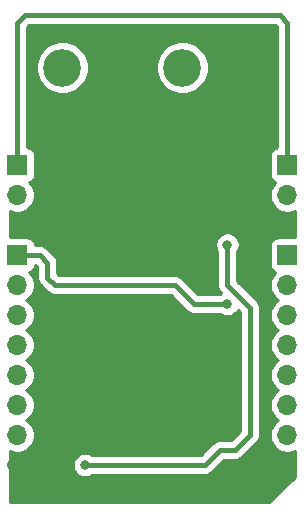
<source format=gbr>
G04 #@! TF.GenerationSoftware,KiCad,Pcbnew,(5.1.5)-3*
G04 #@! TF.CreationDate,2020-05-07T11:50:38+02:00*
G04 #@! TF.ProjectId,TPS16630_eFuse,54505331-3636-4333-905f-65467573652e,rev?*
G04 #@! TF.SameCoordinates,Original*
G04 #@! TF.FileFunction,Copper,L2,Bot*
G04 #@! TF.FilePolarity,Positive*
%FSLAX46Y46*%
G04 Gerber Fmt 4.6, Leading zero omitted, Abs format (unit mm)*
G04 Created by KiCad (PCBNEW (5.1.5)-3) date 2020-05-07 11:50:38*
%MOMM*%
%LPD*%
G04 APERTURE LIST*
%ADD10R,2.500000X2.500000*%
%ADD11R,1.700000X1.700000*%
%ADD12O,1.700000X1.700000*%
%ADD13C,3.200000*%
%ADD14C,0.800000*%
%ADD15C,0.431800*%
%ADD16C,0.254000*%
G04 APERTURE END LIST*
D10*
X63500000Y-135890000D03*
D11*
X52070000Y-130810000D03*
D12*
X52070000Y-133350000D03*
X52070000Y-135890000D03*
X52070000Y-138430000D03*
X52070000Y-140970000D03*
X52070000Y-143510000D03*
X52070000Y-146050000D03*
X52070000Y-148590000D03*
X74930000Y-148590000D03*
X74930000Y-146050000D03*
X74930000Y-143510000D03*
X74930000Y-140970000D03*
X74930000Y-138430000D03*
X74930000Y-135890000D03*
X74930000Y-133350000D03*
D11*
X74930000Y-130810000D03*
D13*
X66040000Y-114935000D03*
X71120000Y-114935000D03*
X60960000Y-114935000D03*
X55880000Y-114935000D03*
D11*
X52070000Y-123190000D03*
D12*
X52070000Y-125730000D03*
X74930000Y-125730000D03*
D11*
X74930000Y-123190000D03*
D14*
X70739000Y-125603000D03*
X70739000Y-124714000D03*
X61849000Y-125603000D03*
X61849000Y-124587000D03*
X65024000Y-129540000D03*
X69850000Y-136779000D03*
X70739000Y-148590000D03*
X56515000Y-141986000D03*
X64389000Y-142240000D03*
X69850000Y-140081000D03*
X69850000Y-134952500D03*
X69850000Y-129921000D03*
X57815000Y-148590000D03*
D15*
X69850000Y-134952500D02*
X67007500Y-134952500D01*
X67007500Y-134952500D02*
X65405000Y-133350000D01*
X65405000Y-133350000D02*
X55245000Y-133350000D01*
X55245000Y-133350000D02*
X54610000Y-132715000D01*
X54610000Y-132715000D02*
X54610000Y-131445000D01*
X53975000Y-130810000D02*
X52070000Y-130810000D01*
X54610000Y-131445000D02*
X53975000Y-130810000D01*
X52705000Y-110490000D02*
X52070000Y-111125000D01*
X52070000Y-111125000D02*
X52070000Y-123190000D01*
X74295000Y-110490000D02*
X52705000Y-110490000D01*
X74930000Y-123190000D02*
X74930000Y-111125000D01*
X74930000Y-111125000D02*
X74295000Y-110490000D01*
X57815000Y-148590000D02*
X67945000Y-148590000D01*
X67945000Y-148590000D02*
X69215000Y-147320000D01*
X69215000Y-147320000D02*
X70485000Y-147320000D01*
X70485000Y-147320000D02*
X71755000Y-146050000D01*
X71755000Y-146050000D02*
X71755000Y-135255000D01*
X69850000Y-133350000D02*
X69850000Y-129921000D01*
X71755000Y-135255000D02*
X69850000Y-133350000D01*
D16*
G36*
X74079101Y-111477455D02*
G01*
X74079100Y-121702017D01*
X73955518Y-121714188D01*
X73835820Y-121750498D01*
X73725506Y-121809463D01*
X73628815Y-121888815D01*
X73549463Y-121985506D01*
X73490498Y-122095820D01*
X73454188Y-122215518D01*
X73441928Y-122340000D01*
X73441928Y-124040000D01*
X73454188Y-124164482D01*
X73490498Y-124284180D01*
X73549463Y-124394494D01*
X73628815Y-124491185D01*
X73725506Y-124570537D01*
X73835820Y-124629502D01*
X73908380Y-124651513D01*
X73776525Y-124783368D01*
X73614010Y-125026589D01*
X73502068Y-125296842D01*
X73445000Y-125583740D01*
X73445000Y-125876260D01*
X73502068Y-126163158D01*
X73614010Y-126433411D01*
X73776525Y-126676632D01*
X73983368Y-126883475D01*
X74226589Y-127045990D01*
X74496842Y-127157932D01*
X74783740Y-127215000D01*
X75076260Y-127215000D01*
X75363158Y-127157932D01*
X75540001Y-127084682D01*
X75540001Y-129321928D01*
X74080000Y-129321928D01*
X73955518Y-129334188D01*
X73835820Y-129370498D01*
X73725506Y-129429463D01*
X73628815Y-129508815D01*
X73549463Y-129605506D01*
X73490498Y-129715820D01*
X73454188Y-129835518D01*
X73441928Y-129960000D01*
X73441928Y-131660000D01*
X73454188Y-131784482D01*
X73490498Y-131904180D01*
X73549463Y-132014494D01*
X73628815Y-132111185D01*
X73725506Y-132190537D01*
X73835820Y-132249502D01*
X73908380Y-132271513D01*
X73776525Y-132403368D01*
X73614010Y-132646589D01*
X73502068Y-132916842D01*
X73445000Y-133203740D01*
X73445000Y-133496260D01*
X73502068Y-133783158D01*
X73614010Y-134053411D01*
X73776525Y-134296632D01*
X73983368Y-134503475D01*
X74157760Y-134620000D01*
X73983368Y-134736525D01*
X73776525Y-134943368D01*
X73614010Y-135186589D01*
X73502068Y-135456842D01*
X73445000Y-135743740D01*
X73445000Y-136036260D01*
X73502068Y-136323158D01*
X73614010Y-136593411D01*
X73776525Y-136836632D01*
X73983368Y-137043475D01*
X74157760Y-137160000D01*
X73983368Y-137276525D01*
X73776525Y-137483368D01*
X73614010Y-137726589D01*
X73502068Y-137996842D01*
X73445000Y-138283740D01*
X73445000Y-138576260D01*
X73502068Y-138863158D01*
X73614010Y-139133411D01*
X73776525Y-139376632D01*
X73983368Y-139583475D01*
X74157760Y-139700000D01*
X73983368Y-139816525D01*
X73776525Y-140023368D01*
X73614010Y-140266589D01*
X73502068Y-140536842D01*
X73445000Y-140823740D01*
X73445000Y-141116260D01*
X73502068Y-141403158D01*
X73614010Y-141673411D01*
X73776525Y-141916632D01*
X73983368Y-142123475D01*
X74157760Y-142240000D01*
X73983368Y-142356525D01*
X73776525Y-142563368D01*
X73614010Y-142806589D01*
X73502068Y-143076842D01*
X73445000Y-143363740D01*
X73445000Y-143656260D01*
X73502068Y-143943158D01*
X73614010Y-144213411D01*
X73776525Y-144456632D01*
X73983368Y-144663475D01*
X74157760Y-144780000D01*
X73983368Y-144896525D01*
X73776525Y-145103368D01*
X73614010Y-145346589D01*
X73502068Y-145616842D01*
X73445000Y-145903740D01*
X73445000Y-146196260D01*
X73502068Y-146483158D01*
X73614010Y-146753411D01*
X73776525Y-146996632D01*
X73983368Y-147203475D01*
X74226589Y-147365990D01*
X74496842Y-147477932D01*
X74783740Y-147535000D01*
X75076260Y-147535000D01*
X75363158Y-147477932D01*
X75540000Y-147404682D01*
X75540000Y-149586619D01*
X73386620Y-151740000D01*
X51460000Y-151740000D01*
X51460000Y-147404682D01*
X51636842Y-147477932D01*
X51923740Y-147535000D01*
X52216260Y-147535000D01*
X52503158Y-147477932D01*
X52773411Y-147365990D01*
X53016632Y-147203475D01*
X53223475Y-146996632D01*
X53385990Y-146753411D01*
X53497932Y-146483158D01*
X53555000Y-146196260D01*
X53555000Y-145903740D01*
X53497932Y-145616842D01*
X53385990Y-145346589D01*
X53223475Y-145103368D01*
X53016632Y-144896525D01*
X52842240Y-144780000D01*
X53016632Y-144663475D01*
X53223475Y-144456632D01*
X53385990Y-144213411D01*
X53497932Y-143943158D01*
X53555000Y-143656260D01*
X53555000Y-143363740D01*
X53497932Y-143076842D01*
X53385990Y-142806589D01*
X53223475Y-142563368D01*
X53016632Y-142356525D01*
X52842240Y-142240000D01*
X53016632Y-142123475D01*
X53223475Y-141916632D01*
X53385990Y-141673411D01*
X53497932Y-141403158D01*
X53555000Y-141116260D01*
X53555000Y-140823740D01*
X53497932Y-140536842D01*
X53385990Y-140266589D01*
X53223475Y-140023368D01*
X53016632Y-139816525D01*
X52842240Y-139700000D01*
X53016632Y-139583475D01*
X53223475Y-139376632D01*
X53385990Y-139133411D01*
X53497932Y-138863158D01*
X53555000Y-138576260D01*
X53555000Y-138283740D01*
X53497932Y-137996842D01*
X53385990Y-137726589D01*
X53223475Y-137483368D01*
X53016632Y-137276525D01*
X52842240Y-137160000D01*
X53016632Y-137043475D01*
X53223475Y-136836632D01*
X53385990Y-136593411D01*
X53497932Y-136323158D01*
X53555000Y-136036260D01*
X53555000Y-135743740D01*
X53497932Y-135456842D01*
X53385990Y-135186589D01*
X53223475Y-134943368D01*
X53016632Y-134736525D01*
X52842240Y-134620000D01*
X53016632Y-134503475D01*
X53223475Y-134296632D01*
X53385990Y-134053411D01*
X53497932Y-133783158D01*
X53555000Y-133496260D01*
X53555000Y-133203740D01*
X53497932Y-132916842D01*
X53385990Y-132646589D01*
X53223475Y-132403368D01*
X53091620Y-132271513D01*
X53164180Y-132249502D01*
X53274494Y-132190537D01*
X53371185Y-132111185D01*
X53450537Y-132014494D01*
X53509502Y-131904180D01*
X53545812Y-131784482D01*
X53557983Y-131660900D01*
X53622546Y-131660900D01*
X53759101Y-131797455D01*
X53759100Y-132673207D01*
X53754984Y-132715000D01*
X53759100Y-132756793D01*
X53759100Y-132756799D01*
X53771412Y-132881805D01*
X53820067Y-133042200D01*
X53899079Y-133190021D01*
X54005412Y-133319588D01*
X54037880Y-133346234D01*
X54613766Y-133922120D01*
X54640412Y-133954588D01*
X54769978Y-134060921D01*
X54917799Y-134139933D01*
X55078194Y-134188588D01*
X55203200Y-134200900D01*
X55203207Y-134200900D01*
X55245000Y-134205016D01*
X55286793Y-134200900D01*
X65052546Y-134200900D01*
X66376270Y-135524625D01*
X66402912Y-135557088D01*
X66435375Y-135583730D01*
X66435379Y-135583734D01*
X66470156Y-135612274D01*
X66532478Y-135663421D01*
X66680299Y-135742433D01*
X66840694Y-135791088D01*
X66965700Y-135803400D01*
X66965706Y-135803400D01*
X67007499Y-135807516D01*
X67049292Y-135803400D01*
X69260511Y-135803400D01*
X69359744Y-135869705D01*
X69548102Y-135947726D01*
X69748061Y-135987500D01*
X69951939Y-135987500D01*
X70151898Y-135947726D01*
X70340256Y-135869705D01*
X70509774Y-135756437D01*
X70653937Y-135612274D01*
X70756069Y-135459423D01*
X70904101Y-135607455D01*
X70904100Y-145697545D01*
X70132546Y-146469100D01*
X69256792Y-146469100D01*
X69214999Y-146464984D01*
X69173206Y-146469100D01*
X69173200Y-146469100D01*
X69048194Y-146481412D01*
X68887799Y-146530067D01*
X68739978Y-146609079D01*
X68685678Y-146653642D01*
X68642879Y-146688766D01*
X68642875Y-146688770D01*
X68610412Y-146715412D01*
X68583770Y-146747875D01*
X67592546Y-147739100D01*
X58404489Y-147739100D01*
X58305256Y-147672795D01*
X58116898Y-147594774D01*
X57916939Y-147555000D01*
X57713061Y-147555000D01*
X57513102Y-147594774D01*
X57324744Y-147672795D01*
X57155226Y-147786063D01*
X57011063Y-147930226D01*
X56897795Y-148099744D01*
X56819774Y-148288102D01*
X56780000Y-148488061D01*
X56780000Y-148691939D01*
X56819774Y-148891898D01*
X56897795Y-149080256D01*
X57011063Y-149249774D01*
X57155226Y-149393937D01*
X57324744Y-149507205D01*
X57513102Y-149585226D01*
X57713061Y-149625000D01*
X57916939Y-149625000D01*
X58116898Y-149585226D01*
X58305256Y-149507205D01*
X58404489Y-149440900D01*
X67903207Y-149440900D01*
X67945000Y-149445016D01*
X67986793Y-149440900D01*
X67986800Y-149440900D01*
X68111806Y-149428588D01*
X68272201Y-149379933D01*
X68420022Y-149300921D01*
X68549588Y-149194588D01*
X68576234Y-149162120D01*
X69567455Y-148170900D01*
X70443207Y-148170900D01*
X70485000Y-148175016D01*
X70526793Y-148170900D01*
X70526800Y-148170900D01*
X70651806Y-148158588D01*
X70812201Y-148109933D01*
X70960022Y-148030921D01*
X71089588Y-147924588D01*
X71116234Y-147892120D01*
X72327126Y-146681229D01*
X72359588Y-146654588D01*
X72386230Y-146622125D01*
X72386234Y-146622121D01*
X72421358Y-146579322D01*
X72465921Y-146525022D01*
X72544933Y-146377201D01*
X72593588Y-146216806D01*
X72605900Y-146091800D01*
X72605900Y-146091794D01*
X72610016Y-146050001D01*
X72605900Y-146008208D01*
X72605900Y-135296793D01*
X72610016Y-135255000D01*
X72605900Y-135213207D01*
X72605900Y-135213200D01*
X72593588Y-135088194D01*
X72544933Y-134927799D01*
X72465921Y-134779978D01*
X72359588Y-134650412D01*
X72327120Y-134623766D01*
X70700900Y-132997546D01*
X70700900Y-130510489D01*
X70767205Y-130411256D01*
X70845226Y-130222898D01*
X70885000Y-130022939D01*
X70885000Y-129819061D01*
X70845226Y-129619102D01*
X70767205Y-129430744D01*
X70653937Y-129261226D01*
X70509774Y-129117063D01*
X70340256Y-129003795D01*
X70151898Y-128925774D01*
X69951939Y-128886000D01*
X69748061Y-128886000D01*
X69548102Y-128925774D01*
X69359744Y-129003795D01*
X69190226Y-129117063D01*
X69046063Y-129261226D01*
X68932795Y-129430744D01*
X68854774Y-129619102D01*
X68815000Y-129819061D01*
X68815000Y-130022939D01*
X68854774Y-130222898D01*
X68932795Y-130411256D01*
X68999101Y-130510490D01*
X68999100Y-133308207D01*
X68994984Y-133350000D01*
X68999100Y-133391793D01*
X68999100Y-133391799D01*
X69011412Y-133516805D01*
X69060067Y-133677200D01*
X69139079Y-133825021D01*
X69245412Y-133954588D01*
X69277880Y-133981234D01*
X69343077Y-134046431D01*
X69260511Y-134101600D01*
X67359955Y-134101600D01*
X66036234Y-132777880D01*
X66009588Y-132745412D01*
X65880022Y-132639079D01*
X65732201Y-132560067D01*
X65571806Y-132511412D01*
X65446800Y-132499100D01*
X65446793Y-132499100D01*
X65405000Y-132494984D01*
X65363207Y-132499100D01*
X55597454Y-132499100D01*
X55460900Y-132362546D01*
X55460900Y-131486793D01*
X55465016Y-131445000D01*
X55460900Y-131403207D01*
X55460900Y-131403200D01*
X55448588Y-131278194D01*
X55399933Y-131117799D01*
X55320921Y-130969978D01*
X55214588Y-130840412D01*
X55182120Y-130813766D01*
X54606234Y-130237880D01*
X54579588Y-130205412D01*
X54450022Y-130099079D01*
X54302201Y-130020067D01*
X54141806Y-129971412D01*
X54016800Y-129959100D01*
X54016793Y-129959100D01*
X53975000Y-129954984D01*
X53933207Y-129959100D01*
X53557983Y-129959100D01*
X53545812Y-129835518D01*
X53509502Y-129715820D01*
X53450537Y-129605506D01*
X53371185Y-129508815D01*
X53274494Y-129429463D01*
X53164180Y-129370498D01*
X53044482Y-129334188D01*
X52920000Y-129321928D01*
X51460000Y-129321928D01*
X51460000Y-127084682D01*
X51636842Y-127157932D01*
X51923740Y-127215000D01*
X52216260Y-127215000D01*
X52503158Y-127157932D01*
X52773411Y-127045990D01*
X53016632Y-126883475D01*
X53223475Y-126676632D01*
X53385990Y-126433411D01*
X53497932Y-126163158D01*
X53555000Y-125876260D01*
X53555000Y-125583740D01*
X53497932Y-125296842D01*
X53385990Y-125026589D01*
X53223475Y-124783368D01*
X53091620Y-124651513D01*
X53164180Y-124629502D01*
X53274494Y-124570537D01*
X53371185Y-124491185D01*
X53450537Y-124394494D01*
X53509502Y-124284180D01*
X53545812Y-124164482D01*
X53558072Y-124040000D01*
X53558072Y-122340000D01*
X53545812Y-122215518D01*
X53509502Y-122095820D01*
X53450537Y-121985506D01*
X53371185Y-121888815D01*
X53274494Y-121809463D01*
X53164180Y-121750498D01*
X53044482Y-121714188D01*
X52920900Y-121702017D01*
X52920900Y-114714872D01*
X53645000Y-114714872D01*
X53645000Y-115155128D01*
X53730890Y-115586925D01*
X53899369Y-115993669D01*
X54143962Y-116359729D01*
X54455271Y-116671038D01*
X54821331Y-116915631D01*
X55228075Y-117084110D01*
X55659872Y-117170000D01*
X56100128Y-117170000D01*
X56531925Y-117084110D01*
X56938669Y-116915631D01*
X57304729Y-116671038D01*
X57616038Y-116359729D01*
X57860631Y-115993669D01*
X58029110Y-115586925D01*
X58115000Y-115155128D01*
X58115000Y-114714872D01*
X63805000Y-114714872D01*
X63805000Y-115155128D01*
X63890890Y-115586925D01*
X64059369Y-115993669D01*
X64303962Y-116359729D01*
X64615271Y-116671038D01*
X64981331Y-116915631D01*
X65388075Y-117084110D01*
X65819872Y-117170000D01*
X66260128Y-117170000D01*
X66691925Y-117084110D01*
X67098669Y-116915631D01*
X67464729Y-116671038D01*
X67776038Y-116359729D01*
X68020631Y-115993669D01*
X68189110Y-115586925D01*
X68275000Y-115155128D01*
X68275000Y-114714872D01*
X68189110Y-114283075D01*
X68020631Y-113876331D01*
X67776038Y-113510271D01*
X67464729Y-113198962D01*
X67098669Y-112954369D01*
X66691925Y-112785890D01*
X66260128Y-112700000D01*
X65819872Y-112700000D01*
X65388075Y-112785890D01*
X64981331Y-112954369D01*
X64615271Y-113198962D01*
X64303962Y-113510271D01*
X64059369Y-113876331D01*
X63890890Y-114283075D01*
X63805000Y-114714872D01*
X58115000Y-114714872D01*
X58029110Y-114283075D01*
X57860631Y-113876331D01*
X57616038Y-113510271D01*
X57304729Y-113198962D01*
X56938669Y-112954369D01*
X56531925Y-112785890D01*
X56100128Y-112700000D01*
X55659872Y-112700000D01*
X55228075Y-112785890D01*
X54821331Y-112954369D01*
X54455271Y-113198962D01*
X54143962Y-113510271D01*
X53899369Y-113876331D01*
X53730890Y-114283075D01*
X53645000Y-114714872D01*
X52920900Y-114714872D01*
X52920900Y-111477454D01*
X53057454Y-111340900D01*
X73942546Y-111340900D01*
X74079101Y-111477455D01*
G37*
X74079101Y-111477455D02*
X74079100Y-121702017D01*
X73955518Y-121714188D01*
X73835820Y-121750498D01*
X73725506Y-121809463D01*
X73628815Y-121888815D01*
X73549463Y-121985506D01*
X73490498Y-122095820D01*
X73454188Y-122215518D01*
X73441928Y-122340000D01*
X73441928Y-124040000D01*
X73454188Y-124164482D01*
X73490498Y-124284180D01*
X73549463Y-124394494D01*
X73628815Y-124491185D01*
X73725506Y-124570537D01*
X73835820Y-124629502D01*
X73908380Y-124651513D01*
X73776525Y-124783368D01*
X73614010Y-125026589D01*
X73502068Y-125296842D01*
X73445000Y-125583740D01*
X73445000Y-125876260D01*
X73502068Y-126163158D01*
X73614010Y-126433411D01*
X73776525Y-126676632D01*
X73983368Y-126883475D01*
X74226589Y-127045990D01*
X74496842Y-127157932D01*
X74783740Y-127215000D01*
X75076260Y-127215000D01*
X75363158Y-127157932D01*
X75540001Y-127084682D01*
X75540001Y-129321928D01*
X74080000Y-129321928D01*
X73955518Y-129334188D01*
X73835820Y-129370498D01*
X73725506Y-129429463D01*
X73628815Y-129508815D01*
X73549463Y-129605506D01*
X73490498Y-129715820D01*
X73454188Y-129835518D01*
X73441928Y-129960000D01*
X73441928Y-131660000D01*
X73454188Y-131784482D01*
X73490498Y-131904180D01*
X73549463Y-132014494D01*
X73628815Y-132111185D01*
X73725506Y-132190537D01*
X73835820Y-132249502D01*
X73908380Y-132271513D01*
X73776525Y-132403368D01*
X73614010Y-132646589D01*
X73502068Y-132916842D01*
X73445000Y-133203740D01*
X73445000Y-133496260D01*
X73502068Y-133783158D01*
X73614010Y-134053411D01*
X73776525Y-134296632D01*
X73983368Y-134503475D01*
X74157760Y-134620000D01*
X73983368Y-134736525D01*
X73776525Y-134943368D01*
X73614010Y-135186589D01*
X73502068Y-135456842D01*
X73445000Y-135743740D01*
X73445000Y-136036260D01*
X73502068Y-136323158D01*
X73614010Y-136593411D01*
X73776525Y-136836632D01*
X73983368Y-137043475D01*
X74157760Y-137160000D01*
X73983368Y-137276525D01*
X73776525Y-137483368D01*
X73614010Y-137726589D01*
X73502068Y-137996842D01*
X73445000Y-138283740D01*
X73445000Y-138576260D01*
X73502068Y-138863158D01*
X73614010Y-139133411D01*
X73776525Y-139376632D01*
X73983368Y-139583475D01*
X74157760Y-139700000D01*
X73983368Y-139816525D01*
X73776525Y-140023368D01*
X73614010Y-140266589D01*
X73502068Y-140536842D01*
X73445000Y-140823740D01*
X73445000Y-141116260D01*
X73502068Y-141403158D01*
X73614010Y-141673411D01*
X73776525Y-141916632D01*
X73983368Y-142123475D01*
X74157760Y-142240000D01*
X73983368Y-142356525D01*
X73776525Y-142563368D01*
X73614010Y-142806589D01*
X73502068Y-143076842D01*
X73445000Y-143363740D01*
X73445000Y-143656260D01*
X73502068Y-143943158D01*
X73614010Y-144213411D01*
X73776525Y-144456632D01*
X73983368Y-144663475D01*
X74157760Y-144780000D01*
X73983368Y-144896525D01*
X73776525Y-145103368D01*
X73614010Y-145346589D01*
X73502068Y-145616842D01*
X73445000Y-145903740D01*
X73445000Y-146196260D01*
X73502068Y-146483158D01*
X73614010Y-146753411D01*
X73776525Y-146996632D01*
X73983368Y-147203475D01*
X74226589Y-147365990D01*
X74496842Y-147477932D01*
X74783740Y-147535000D01*
X75076260Y-147535000D01*
X75363158Y-147477932D01*
X75540000Y-147404682D01*
X75540000Y-149586619D01*
X73386620Y-151740000D01*
X51460000Y-151740000D01*
X51460000Y-147404682D01*
X51636842Y-147477932D01*
X51923740Y-147535000D01*
X52216260Y-147535000D01*
X52503158Y-147477932D01*
X52773411Y-147365990D01*
X53016632Y-147203475D01*
X53223475Y-146996632D01*
X53385990Y-146753411D01*
X53497932Y-146483158D01*
X53555000Y-146196260D01*
X53555000Y-145903740D01*
X53497932Y-145616842D01*
X53385990Y-145346589D01*
X53223475Y-145103368D01*
X53016632Y-144896525D01*
X52842240Y-144780000D01*
X53016632Y-144663475D01*
X53223475Y-144456632D01*
X53385990Y-144213411D01*
X53497932Y-143943158D01*
X53555000Y-143656260D01*
X53555000Y-143363740D01*
X53497932Y-143076842D01*
X53385990Y-142806589D01*
X53223475Y-142563368D01*
X53016632Y-142356525D01*
X52842240Y-142240000D01*
X53016632Y-142123475D01*
X53223475Y-141916632D01*
X53385990Y-141673411D01*
X53497932Y-141403158D01*
X53555000Y-141116260D01*
X53555000Y-140823740D01*
X53497932Y-140536842D01*
X53385990Y-140266589D01*
X53223475Y-140023368D01*
X53016632Y-139816525D01*
X52842240Y-139700000D01*
X53016632Y-139583475D01*
X53223475Y-139376632D01*
X53385990Y-139133411D01*
X53497932Y-138863158D01*
X53555000Y-138576260D01*
X53555000Y-138283740D01*
X53497932Y-137996842D01*
X53385990Y-137726589D01*
X53223475Y-137483368D01*
X53016632Y-137276525D01*
X52842240Y-137160000D01*
X53016632Y-137043475D01*
X53223475Y-136836632D01*
X53385990Y-136593411D01*
X53497932Y-136323158D01*
X53555000Y-136036260D01*
X53555000Y-135743740D01*
X53497932Y-135456842D01*
X53385990Y-135186589D01*
X53223475Y-134943368D01*
X53016632Y-134736525D01*
X52842240Y-134620000D01*
X53016632Y-134503475D01*
X53223475Y-134296632D01*
X53385990Y-134053411D01*
X53497932Y-133783158D01*
X53555000Y-133496260D01*
X53555000Y-133203740D01*
X53497932Y-132916842D01*
X53385990Y-132646589D01*
X53223475Y-132403368D01*
X53091620Y-132271513D01*
X53164180Y-132249502D01*
X53274494Y-132190537D01*
X53371185Y-132111185D01*
X53450537Y-132014494D01*
X53509502Y-131904180D01*
X53545812Y-131784482D01*
X53557983Y-131660900D01*
X53622546Y-131660900D01*
X53759101Y-131797455D01*
X53759100Y-132673207D01*
X53754984Y-132715000D01*
X53759100Y-132756793D01*
X53759100Y-132756799D01*
X53771412Y-132881805D01*
X53820067Y-133042200D01*
X53899079Y-133190021D01*
X54005412Y-133319588D01*
X54037880Y-133346234D01*
X54613766Y-133922120D01*
X54640412Y-133954588D01*
X54769978Y-134060921D01*
X54917799Y-134139933D01*
X55078194Y-134188588D01*
X55203200Y-134200900D01*
X55203207Y-134200900D01*
X55245000Y-134205016D01*
X55286793Y-134200900D01*
X65052546Y-134200900D01*
X66376270Y-135524625D01*
X66402912Y-135557088D01*
X66435375Y-135583730D01*
X66435379Y-135583734D01*
X66470156Y-135612274D01*
X66532478Y-135663421D01*
X66680299Y-135742433D01*
X66840694Y-135791088D01*
X66965700Y-135803400D01*
X66965706Y-135803400D01*
X67007499Y-135807516D01*
X67049292Y-135803400D01*
X69260511Y-135803400D01*
X69359744Y-135869705D01*
X69548102Y-135947726D01*
X69748061Y-135987500D01*
X69951939Y-135987500D01*
X70151898Y-135947726D01*
X70340256Y-135869705D01*
X70509774Y-135756437D01*
X70653937Y-135612274D01*
X70756069Y-135459423D01*
X70904101Y-135607455D01*
X70904100Y-145697545D01*
X70132546Y-146469100D01*
X69256792Y-146469100D01*
X69214999Y-146464984D01*
X69173206Y-146469100D01*
X69173200Y-146469100D01*
X69048194Y-146481412D01*
X68887799Y-146530067D01*
X68739978Y-146609079D01*
X68685678Y-146653642D01*
X68642879Y-146688766D01*
X68642875Y-146688770D01*
X68610412Y-146715412D01*
X68583770Y-146747875D01*
X67592546Y-147739100D01*
X58404489Y-147739100D01*
X58305256Y-147672795D01*
X58116898Y-147594774D01*
X57916939Y-147555000D01*
X57713061Y-147555000D01*
X57513102Y-147594774D01*
X57324744Y-147672795D01*
X57155226Y-147786063D01*
X57011063Y-147930226D01*
X56897795Y-148099744D01*
X56819774Y-148288102D01*
X56780000Y-148488061D01*
X56780000Y-148691939D01*
X56819774Y-148891898D01*
X56897795Y-149080256D01*
X57011063Y-149249774D01*
X57155226Y-149393937D01*
X57324744Y-149507205D01*
X57513102Y-149585226D01*
X57713061Y-149625000D01*
X57916939Y-149625000D01*
X58116898Y-149585226D01*
X58305256Y-149507205D01*
X58404489Y-149440900D01*
X67903207Y-149440900D01*
X67945000Y-149445016D01*
X67986793Y-149440900D01*
X67986800Y-149440900D01*
X68111806Y-149428588D01*
X68272201Y-149379933D01*
X68420022Y-149300921D01*
X68549588Y-149194588D01*
X68576234Y-149162120D01*
X69567455Y-148170900D01*
X70443207Y-148170900D01*
X70485000Y-148175016D01*
X70526793Y-148170900D01*
X70526800Y-148170900D01*
X70651806Y-148158588D01*
X70812201Y-148109933D01*
X70960022Y-148030921D01*
X71089588Y-147924588D01*
X71116234Y-147892120D01*
X72327126Y-146681229D01*
X72359588Y-146654588D01*
X72386230Y-146622125D01*
X72386234Y-146622121D01*
X72421358Y-146579322D01*
X72465921Y-146525022D01*
X72544933Y-146377201D01*
X72593588Y-146216806D01*
X72605900Y-146091800D01*
X72605900Y-146091794D01*
X72610016Y-146050001D01*
X72605900Y-146008208D01*
X72605900Y-135296793D01*
X72610016Y-135255000D01*
X72605900Y-135213207D01*
X72605900Y-135213200D01*
X72593588Y-135088194D01*
X72544933Y-134927799D01*
X72465921Y-134779978D01*
X72359588Y-134650412D01*
X72327120Y-134623766D01*
X70700900Y-132997546D01*
X70700900Y-130510489D01*
X70767205Y-130411256D01*
X70845226Y-130222898D01*
X70885000Y-130022939D01*
X70885000Y-129819061D01*
X70845226Y-129619102D01*
X70767205Y-129430744D01*
X70653937Y-129261226D01*
X70509774Y-129117063D01*
X70340256Y-129003795D01*
X70151898Y-128925774D01*
X69951939Y-128886000D01*
X69748061Y-128886000D01*
X69548102Y-128925774D01*
X69359744Y-129003795D01*
X69190226Y-129117063D01*
X69046063Y-129261226D01*
X68932795Y-129430744D01*
X68854774Y-129619102D01*
X68815000Y-129819061D01*
X68815000Y-130022939D01*
X68854774Y-130222898D01*
X68932795Y-130411256D01*
X68999101Y-130510490D01*
X68999100Y-133308207D01*
X68994984Y-133350000D01*
X68999100Y-133391793D01*
X68999100Y-133391799D01*
X69011412Y-133516805D01*
X69060067Y-133677200D01*
X69139079Y-133825021D01*
X69245412Y-133954588D01*
X69277880Y-133981234D01*
X69343077Y-134046431D01*
X69260511Y-134101600D01*
X67359955Y-134101600D01*
X66036234Y-132777880D01*
X66009588Y-132745412D01*
X65880022Y-132639079D01*
X65732201Y-132560067D01*
X65571806Y-132511412D01*
X65446800Y-132499100D01*
X65446793Y-132499100D01*
X65405000Y-132494984D01*
X65363207Y-132499100D01*
X55597454Y-132499100D01*
X55460900Y-132362546D01*
X55460900Y-131486793D01*
X55465016Y-131445000D01*
X55460900Y-131403207D01*
X55460900Y-131403200D01*
X55448588Y-131278194D01*
X55399933Y-131117799D01*
X55320921Y-130969978D01*
X55214588Y-130840412D01*
X55182120Y-130813766D01*
X54606234Y-130237880D01*
X54579588Y-130205412D01*
X54450022Y-130099079D01*
X54302201Y-130020067D01*
X54141806Y-129971412D01*
X54016800Y-129959100D01*
X54016793Y-129959100D01*
X53975000Y-129954984D01*
X53933207Y-129959100D01*
X53557983Y-129959100D01*
X53545812Y-129835518D01*
X53509502Y-129715820D01*
X53450537Y-129605506D01*
X53371185Y-129508815D01*
X53274494Y-129429463D01*
X53164180Y-129370498D01*
X53044482Y-129334188D01*
X52920000Y-129321928D01*
X51460000Y-129321928D01*
X51460000Y-127084682D01*
X51636842Y-127157932D01*
X51923740Y-127215000D01*
X52216260Y-127215000D01*
X52503158Y-127157932D01*
X52773411Y-127045990D01*
X53016632Y-126883475D01*
X53223475Y-126676632D01*
X53385990Y-126433411D01*
X53497932Y-126163158D01*
X53555000Y-125876260D01*
X53555000Y-125583740D01*
X53497932Y-125296842D01*
X53385990Y-125026589D01*
X53223475Y-124783368D01*
X53091620Y-124651513D01*
X53164180Y-124629502D01*
X53274494Y-124570537D01*
X53371185Y-124491185D01*
X53450537Y-124394494D01*
X53509502Y-124284180D01*
X53545812Y-124164482D01*
X53558072Y-124040000D01*
X53558072Y-122340000D01*
X53545812Y-122215518D01*
X53509502Y-122095820D01*
X53450537Y-121985506D01*
X53371185Y-121888815D01*
X53274494Y-121809463D01*
X53164180Y-121750498D01*
X53044482Y-121714188D01*
X52920900Y-121702017D01*
X52920900Y-114714872D01*
X53645000Y-114714872D01*
X53645000Y-115155128D01*
X53730890Y-115586925D01*
X53899369Y-115993669D01*
X54143962Y-116359729D01*
X54455271Y-116671038D01*
X54821331Y-116915631D01*
X55228075Y-117084110D01*
X55659872Y-117170000D01*
X56100128Y-117170000D01*
X56531925Y-117084110D01*
X56938669Y-116915631D01*
X57304729Y-116671038D01*
X57616038Y-116359729D01*
X57860631Y-115993669D01*
X58029110Y-115586925D01*
X58115000Y-115155128D01*
X58115000Y-114714872D01*
X63805000Y-114714872D01*
X63805000Y-115155128D01*
X63890890Y-115586925D01*
X64059369Y-115993669D01*
X64303962Y-116359729D01*
X64615271Y-116671038D01*
X64981331Y-116915631D01*
X65388075Y-117084110D01*
X65819872Y-117170000D01*
X66260128Y-117170000D01*
X66691925Y-117084110D01*
X67098669Y-116915631D01*
X67464729Y-116671038D01*
X67776038Y-116359729D01*
X68020631Y-115993669D01*
X68189110Y-115586925D01*
X68275000Y-115155128D01*
X68275000Y-114714872D01*
X68189110Y-114283075D01*
X68020631Y-113876331D01*
X67776038Y-113510271D01*
X67464729Y-113198962D01*
X67098669Y-112954369D01*
X66691925Y-112785890D01*
X66260128Y-112700000D01*
X65819872Y-112700000D01*
X65388075Y-112785890D01*
X64981331Y-112954369D01*
X64615271Y-113198962D01*
X64303962Y-113510271D01*
X64059369Y-113876331D01*
X63890890Y-114283075D01*
X63805000Y-114714872D01*
X58115000Y-114714872D01*
X58029110Y-114283075D01*
X57860631Y-113876331D01*
X57616038Y-113510271D01*
X57304729Y-113198962D01*
X56938669Y-112954369D01*
X56531925Y-112785890D01*
X56100128Y-112700000D01*
X55659872Y-112700000D01*
X55228075Y-112785890D01*
X54821331Y-112954369D01*
X54455271Y-113198962D01*
X54143962Y-113510271D01*
X53899369Y-113876331D01*
X53730890Y-114283075D01*
X53645000Y-114714872D01*
X52920900Y-114714872D01*
X52920900Y-111477454D01*
X53057454Y-111340900D01*
X73942546Y-111340900D01*
X74079101Y-111477455D01*
M02*

</source>
